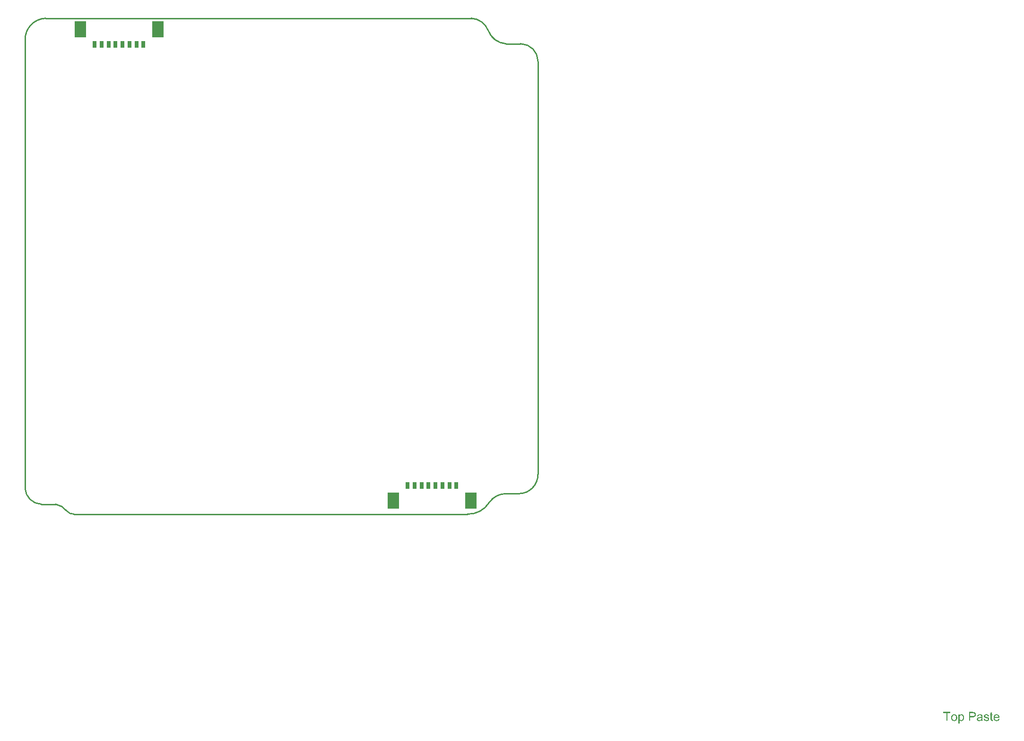
<source format=gtp>
G04*
G04 #@! TF.GenerationSoftware,Altium Limited,Altium Designer,18.1.7 (191)*
G04*
G04 Layer_Color=8421504*
%FSLAX25Y25*%
%MOIN*%
G70*
G01*
G75*
%ADD12C,0.01000*%
%ADD17R,0.03150X0.05118*%
%ADD18R,0.08268X0.11811*%
G36*
X661256Y-140876D02*
X661320Y-140885D01*
X661457Y-140903D01*
X661621Y-140939D01*
X661794Y-140994D01*
X661967Y-141076D01*
X662140Y-141176D01*
X662149D01*
X662158Y-141194D01*
X662213Y-141231D01*
X662295Y-141304D01*
X662395Y-141395D01*
X662504Y-141513D01*
X662614Y-141659D01*
X662723Y-141832D01*
X662814Y-142024D01*
Y-142033D01*
X662823Y-142051D01*
X662832Y-142078D01*
X662850Y-142115D01*
X662869Y-142169D01*
X662887Y-142233D01*
X662932Y-142379D01*
X662978Y-142561D01*
X663014Y-142761D01*
X663042Y-142989D01*
X663051Y-143226D01*
Y-143235D01*
Y-143253D01*
Y-143290D01*
Y-143344D01*
X663042Y-143408D01*
Y-143481D01*
X663024Y-143645D01*
X662987Y-143845D01*
X662942Y-144055D01*
X662878Y-144274D01*
X662796Y-144492D01*
Y-144501D01*
X662787Y-144520D01*
X662768Y-144547D01*
X662750Y-144583D01*
X662686Y-144684D01*
X662604Y-144811D01*
X662504Y-144948D01*
X662377Y-145084D01*
X662231Y-145221D01*
X662058Y-145349D01*
X662049D01*
X662040Y-145358D01*
X662012Y-145376D01*
X661976Y-145394D01*
X661885Y-145440D01*
X661757Y-145494D01*
X661602Y-145549D01*
X661438Y-145595D01*
X661247Y-145631D01*
X661056Y-145640D01*
X660992D01*
X660919Y-145631D01*
X660828Y-145622D01*
X660719Y-145604D01*
X660600Y-145576D01*
X660482Y-145540D01*
X660363Y-145485D01*
X660354Y-145476D01*
X660309Y-145458D01*
X660254Y-145422D01*
X660181Y-145367D01*
X660108Y-145312D01*
X660017Y-145239D01*
X659935Y-145157D01*
X659862Y-145066D01*
Y-147289D01*
X659088D01*
Y-140967D01*
X659790D01*
Y-141568D01*
X659799Y-141550D01*
X659835Y-141513D01*
X659881Y-141449D01*
X659953Y-141377D01*
X660035Y-141286D01*
X660126Y-141204D01*
X660236Y-141122D01*
X660345Y-141049D01*
X660363Y-141040D01*
X660400Y-141021D01*
X660473Y-140994D01*
X660564Y-140958D01*
X660673Y-140921D01*
X660801Y-140894D01*
X660946Y-140876D01*
X661110Y-140866D01*
X661211D01*
X661256Y-140876D01*
D02*
G37*
G36*
X678902D02*
X679039Y-140885D01*
X679185Y-140903D01*
X679340Y-140939D01*
X679503Y-140976D01*
X679658Y-141031D01*
X679668D01*
X679677Y-141040D01*
X679722Y-141058D01*
X679795Y-141094D01*
X679886Y-141140D01*
X679986Y-141204D01*
X680087Y-141276D01*
X680178Y-141358D01*
X680260Y-141449D01*
X680269Y-141459D01*
X680287Y-141495D01*
X680323Y-141559D01*
X680369Y-141632D01*
X680414Y-141741D01*
X680460Y-141859D01*
X680497Y-141996D01*
X680533Y-142151D01*
X679777Y-142251D01*
Y-142233D01*
X679768Y-142197D01*
X679749Y-142133D01*
X679722Y-142051D01*
X679677Y-141969D01*
X679622Y-141878D01*
X679558Y-141787D01*
X679467Y-141705D01*
X679458Y-141695D01*
X679422Y-141677D01*
X679367Y-141641D01*
X679285Y-141604D01*
X679194Y-141568D01*
X679075Y-141532D01*
X678930Y-141513D01*
X678775Y-141504D01*
X678684D01*
X678592Y-141513D01*
X678474Y-141522D01*
X678356Y-141550D01*
X678228Y-141577D01*
X678110Y-141623D01*
X678010Y-141686D01*
X678000Y-141695D01*
X677973Y-141714D01*
X677937Y-141750D01*
X677900Y-141805D01*
X677855Y-141859D01*
X677818Y-141932D01*
X677791Y-142014D01*
X677782Y-142096D01*
Y-142105D01*
Y-142124D01*
X677791Y-142151D01*
Y-142187D01*
X677818Y-142279D01*
X677873Y-142370D01*
X677882Y-142379D01*
X677891Y-142388D01*
X677909Y-142415D01*
X677946Y-142443D01*
X677982Y-142470D01*
X678037Y-142506D01*
X678101Y-142534D01*
X678173Y-142570D01*
X678183D01*
X678201Y-142579D01*
X678237Y-142588D01*
X678301Y-142616D01*
X678392Y-142643D01*
X678511Y-142670D01*
X678583Y-142698D01*
X678665Y-142716D01*
X678757Y-142743D01*
X678857Y-142771D01*
X678866D01*
X678893Y-142780D01*
X678939Y-142789D01*
X678993Y-142807D01*
X679057Y-142825D01*
X679139Y-142843D01*
X679312Y-142898D01*
X679503Y-142953D01*
X679695Y-143017D01*
X679868Y-143080D01*
X679941Y-143107D01*
X680005Y-143135D01*
X680023Y-143144D01*
X680059Y-143162D01*
X680114Y-143190D01*
X680196Y-143235D01*
X680278Y-143290D01*
X680360Y-143363D01*
X680442Y-143445D01*
X680515Y-143536D01*
X680524Y-143545D01*
X680542Y-143581D01*
X680579Y-143636D01*
X680615Y-143718D01*
X680642Y-143818D01*
X680679Y-143927D01*
X680697Y-144055D01*
X680706Y-144201D01*
Y-144219D01*
Y-144264D01*
X680697Y-144337D01*
X680679Y-144438D01*
X680651Y-144547D01*
X680606Y-144665D01*
X680551Y-144802D01*
X680478Y-144930D01*
X680469Y-144948D01*
X680433Y-144984D01*
X680387Y-145048D01*
X680314Y-145121D01*
X680214Y-145203D01*
X680105Y-145294D01*
X679977Y-145376D01*
X679822Y-145458D01*
X679813D01*
X679804Y-145467D01*
X679749Y-145485D01*
X679658Y-145513D01*
X679540Y-145549D01*
X679394Y-145586D01*
X679230Y-145613D01*
X679057Y-145631D01*
X678857Y-145640D01*
X678775D01*
X678711Y-145631D01*
X678638D01*
X678547Y-145622D01*
X678456Y-145613D01*
X678356Y-145595D01*
X678137Y-145549D01*
X677909Y-145485D01*
X677691Y-145394D01*
X677590Y-145340D01*
X677499Y-145276D01*
X677490Y-145267D01*
X677481Y-145257D01*
X677426Y-145203D01*
X677344Y-145121D01*
X677253Y-144993D01*
X677153Y-144838D01*
X677053Y-144656D01*
X676971Y-144429D01*
X676907Y-144173D01*
X677672Y-144055D01*
Y-144064D01*
Y-144073D01*
X677691Y-144128D01*
X677709Y-144219D01*
X677745Y-144319D01*
X677791Y-144429D01*
X677845Y-144547D01*
X677927Y-144665D01*
X678028Y-144766D01*
X678046Y-144775D01*
X678082Y-144802D01*
X678155Y-144838D01*
X678246Y-144884D01*
X678365Y-144930D01*
X678501Y-144966D01*
X678665Y-144993D01*
X678857Y-145002D01*
X678948D01*
X679039Y-144993D01*
X679157Y-144975D01*
X679285Y-144948D01*
X679422Y-144911D01*
X679540Y-144866D01*
X679649Y-144793D01*
X679658Y-144784D01*
X679695Y-144756D01*
X679731Y-144711D01*
X679786Y-144647D01*
X679832Y-144574D01*
X679877Y-144483D01*
X679904Y-144392D01*
X679913Y-144283D01*
Y-144274D01*
Y-144237D01*
X679904Y-144192D01*
X679886Y-144128D01*
X679859Y-144064D01*
X679813Y-144000D01*
X679759Y-143927D01*
X679677Y-143873D01*
X679668Y-143864D01*
X679640Y-143855D01*
X679595Y-143827D01*
X679522Y-143800D01*
X679412Y-143763D01*
X679349Y-143736D01*
X679276Y-143718D01*
X679194Y-143691D01*
X679103Y-143663D01*
X679002Y-143636D01*
X678884Y-143609D01*
X678875D01*
X678848Y-143599D01*
X678802Y-143590D01*
X678747Y-143572D01*
X678675Y-143554D01*
X678592Y-143527D01*
X678419Y-143481D01*
X678219Y-143417D01*
X678028Y-143363D01*
X677845Y-143299D01*
X677764Y-143262D01*
X677700Y-143235D01*
X677681Y-143226D01*
X677645Y-143208D01*
X677590Y-143171D01*
X677518Y-143126D01*
X677435Y-143062D01*
X677353Y-142989D01*
X677272Y-142907D01*
X677199Y-142807D01*
X677189Y-142798D01*
X677171Y-142761D01*
X677144Y-142698D01*
X677117Y-142625D01*
X677089Y-142534D01*
X677062Y-142424D01*
X677044Y-142315D01*
X677035Y-142187D01*
Y-142169D01*
Y-142133D01*
X677044Y-142078D01*
X677053Y-141996D01*
X677071Y-141914D01*
X677089Y-141814D01*
X677126Y-141723D01*
X677171Y-141623D01*
X677180Y-141613D01*
X677199Y-141577D01*
X677226Y-141532D01*
X677272Y-141468D01*
X677326Y-141404D01*
X677390Y-141322D01*
X677463Y-141249D01*
X677554Y-141185D01*
X677563Y-141176D01*
X677590Y-141167D01*
X677627Y-141140D01*
X677681Y-141112D01*
X677754Y-141076D01*
X677836Y-141040D01*
X677937Y-141003D01*
X678046Y-140967D01*
X678064Y-140958D01*
X678101Y-140948D01*
X678164Y-140930D01*
X678246Y-140912D01*
X678346Y-140894D01*
X678456Y-140885D01*
X678583Y-140866D01*
X678802D01*
X678902Y-140876D01*
D02*
G37*
G36*
X674447D02*
X674584Y-140885D01*
X674739Y-140903D01*
X674894Y-140930D01*
X675049Y-140967D01*
X675195Y-141012D01*
X675213Y-141021D01*
X675258Y-141040D01*
X675322Y-141067D01*
X675404Y-141103D01*
X675495Y-141158D01*
X675586Y-141213D01*
X675668Y-141286D01*
X675741Y-141358D01*
X675750Y-141367D01*
X675768Y-141395D01*
X675796Y-141440D01*
X675832Y-141495D01*
X675878Y-141577D01*
X675914Y-141659D01*
X675951Y-141759D01*
X675978Y-141878D01*
Y-141887D01*
X675987Y-141914D01*
X675996Y-141969D01*
X676005Y-142042D01*
Y-142142D01*
X676014Y-142260D01*
X676023Y-142415D01*
Y-142588D01*
Y-143627D01*
Y-143636D01*
Y-143672D01*
Y-143727D01*
Y-143800D01*
Y-143882D01*
Y-143982D01*
X676033Y-144201D01*
Y-144429D01*
X676042Y-144656D01*
X676051Y-144756D01*
Y-144848D01*
X676060Y-144930D01*
X676069Y-144993D01*
Y-145002D01*
X676078Y-145039D01*
X676087Y-145094D01*
X676115Y-145166D01*
X676133Y-145248D01*
X676169Y-145340D01*
X676215Y-145440D01*
X676260Y-145540D01*
X675450D01*
X675440Y-145531D01*
X675431Y-145494D01*
X675413Y-145449D01*
X675386Y-145376D01*
X675358Y-145294D01*
X675340Y-145194D01*
X675322Y-145084D01*
X675304Y-144966D01*
X675295D01*
X675286Y-144984D01*
X675231Y-145030D01*
X675149Y-145094D01*
X675040Y-145176D01*
X674903Y-145257D01*
X674766Y-145349D01*
X674620Y-145431D01*
X674466Y-145494D01*
X674447Y-145503D01*
X674393Y-145513D01*
X674311Y-145540D01*
X674211Y-145567D01*
X674083Y-145595D01*
X673937Y-145613D01*
X673773Y-145631D01*
X673609Y-145640D01*
X673536D01*
X673482Y-145631D01*
X673418D01*
X673345Y-145622D01*
X673181Y-145595D01*
X672999Y-145549D01*
X672798Y-145485D01*
X672616Y-145394D01*
X672452Y-145276D01*
X672434Y-145257D01*
X672389Y-145212D01*
X672325Y-145130D01*
X672252Y-145021D01*
X672179Y-144884D01*
X672115Y-144729D01*
X672070Y-144538D01*
X672061Y-144447D01*
X672051Y-144337D01*
Y-144319D01*
Y-144283D01*
X672061Y-144219D01*
X672070Y-144137D01*
X672088Y-144037D01*
X672115Y-143937D01*
X672152Y-143827D01*
X672197Y-143727D01*
X672206Y-143718D01*
X672225Y-143682D01*
X672261Y-143627D01*
X672307Y-143563D01*
X672361Y-143490D01*
X672434Y-143417D01*
X672507Y-143344D01*
X672598Y-143281D01*
X672607Y-143272D01*
X672644Y-143253D01*
X672689Y-143217D01*
X672762Y-143180D01*
X672844Y-143144D01*
X672944Y-143098D01*
X673044Y-143062D01*
X673163Y-143026D01*
X673172D01*
X673209Y-143017D01*
X673263Y-142998D01*
X673336Y-142989D01*
X673427Y-142971D01*
X673546Y-142953D01*
X673682Y-142925D01*
X673846Y-142907D01*
X673855D01*
X673892Y-142898D01*
X673937D01*
X674001Y-142889D01*
X674074Y-142880D01*
X674165Y-142862D01*
X674265Y-142852D01*
X674375Y-142834D01*
X674593Y-142789D01*
X674830Y-142743D01*
X675040Y-142689D01*
X675140Y-142661D01*
X675231Y-142634D01*
Y-142625D01*
Y-142606D01*
X675240Y-142552D01*
Y-142488D01*
Y-142452D01*
Y-142433D01*
Y-142424D01*
Y-142415D01*
Y-142360D01*
X675231Y-142269D01*
X675213Y-142169D01*
X675185Y-142060D01*
X675140Y-141951D01*
X675085Y-141850D01*
X675012Y-141768D01*
X675003Y-141759D01*
X674958Y-141723D01*
X674885Y-141686D01*
X674794Y-141632D01*
X674666Y-141586D01*
X674520Y-141541D01*
X674338Y-141513D01*
X674129Y-141504D01*
X674038D01*
X673946Y-141513D01*
X673819Y-141532D01*
X673691Y-141550D01*
X673555Y-141586D01*
X673427Y-141632D01*
X673318Y-141695D01*
X673309Y-141705D01*
X673272Y-141732D01*
X673227Y-141778D01*
X673172Y-141850D01*
X673117Y-141941D01*
X673054Y-142060D01*
X672999Y-142206D01*
X672944Y-142370D01*
X672188Y-142269D01*
Y-142260D01*
X672197Y-142251D01*
Y-142224D01*
X672206Y-142187D01*
X672234Y-142105D01*
X672270Y-141987D01*
X672316Y-141869D01*
X672370Y-141741D01*
X672443Y-141613D01*
X672525Y-141495D01*
X672534Y-141486D01*
X672571Y-141449D01*
X672625Y-141395D01*
X672698Y-141322D01*
X672798Y-141249D01*
X672917Y-141176D01*
X673054Y-141094D01*
X673209Y-141031D01*
X673218D01*
X673227Y-141021D01*
X673254Y-141012D01*
X673290Y-141003D01*
X673382Y-140976D01*
X673509Y-140948D01*
X673655Y-140921D01*
X673837Y-140894D01*
X674028Y-140876D01*
X674247Y-140866D01*
X674347D01*
X674447Y-140876D01*
D02*
G37*
G36*
X669264Y-139245D02*
X669419Y-139254D01*
X669583Y-139263D01*
X669738Y-139281D01*
X669874Y-139300D01*
X669892D01*
X669956Y-139318D01*
X670038Y-139336D01*
X670148Y-139363D01*
X670266Y-139409D01*
X670394Y-139464D01*
X670530Y-139527D01*
X670649Y-139600D01*
X670667Y-139609D01*
X670703Y-139637D01*
X670758Y-139691D01*
X670831Y-139755D01*
X670913Y-139837D01*
X670995Y-139946D01*
X671086Y-140065D01*
X671159Y-140201D01*
X671168Y-140220D01*
X671186Y-140265D01*
X671222Y-140347D01*
X671259Y-140456D01*
X671286Y-140584D01*
X671323Y-140730D01*
X671341Y-140894D01*
X671350Y-141067D01*
Y-141076D01*
Y-141103D01*
Y-141140D01*
X671341Y-141204D01*
X671332Y-141267D01*
X671323Y-141349D01*
X671305Y-141440D01*
X671286Y-141541D01*
X671222Y-141750D01*
X671186Y-141859D01*
X671131Y-141978D01*
X671068Y-142096D01*
X671004Y-142206D01*
X670922Y-142315D01*
X670831Y-142424D01*
X670822Y-142433D01*
X670803Y-142452D01*
X670776Y-142479D01*
X670731Y-142506D01*
X670676Y-142552D01*
X670603Y-142597D01*
X670512Y-142652D01*
X670412Y-142698D01*
X670293Y-142752D01*
X670157Y-142807D01*
X670011Y-142852D01*
X669838Y-142889D01*
X669656Y-142925D01*
X669455Y-142953D01*
X669227Y-142971D01*
X668991Y-142980D01*
X667378D01*
Y-145540D01*
X666540D01*
Y-139236D01*
X669127D01*
X669264Y-139245D01*
D02*
G37*
G36*
X653422Y-139983D02*
X651344D01*
Y-145540D01*
X650506D01*
Y-139983D01*
X648429D01*
Y-139236D01*
X653422D01*
Y-139983D01*
D02*
G37*
G36*
X682528Y-140967D02*
X683312D01*
Y-141568D01*
X682528D01*
Y-144255D01*
Y-144274D01*
Y-144310D01*
Y-144365D01*
X682537Y-144429D01*
X682546Y-144574D01*
X682555Y-144638D01*
X682564Y-144684D01*
X682574Y-144702D01*
X682601Y-144738D01*
X682637Y-144784D01*
X682701Y-144829D01*
X682719Y-144838D01*
X682765Y-144857D01*
X682847Y-144875D01*
X682965Y-144884D01*
X683056D01*
X683102Y-144875D01*
X683166D01*
X683239Y-144866D01*
X683312Y-144857D01*
X683412Y-145540D01*
X683393D01*
X683357Y-145549D01*
X683293Y-145558D01*
X683211Y-145567D01*
X683120Y-145586D01*
X683020Y-145595D01*
X682820Y-145604D01*
X682747D01*
X682674Y-145595D01*
X682583Y-145586D01*
X682473Y-145576D01*
X682364Y-145549D01*
X682264Y-145522D01*
X682164Y-145476D01*
X682155Y-145467D01*
X682127Y-145449D01*
X682091Y-145422D01*
X682036Y-145376D01*
X681990Y-145330D01*
X681936Y-145267D01*
X681881Y-145203D01*
X681845Y-145121D01*
Y-145112D01*
X681826Y-145075D01*
X681817Y-145011D01*
X681799Y-144920D01*
X681781Y-144802D01*
X681772Y-144729D01*
Y-144647D01*
X681763Y-144547D01*
X681754Y-144447D01*
Y-144337D01*
Y-144210D01*
Y-141568D01*
X681180D01*
Y-140967D01*
X681754D01*
Y-139837D01*
X682528Y-139373D01*
Y-140967D01*
D02*
G37*
G36*
X686099Y-140876D02*
X686172Y-140885D01*
X686263Y-140903D01*
X686363Y-140921D01*
X686482Y-140948D01*
X686591Y-140976D01*
X686719Y-141021D01*
X686837Y-141067D01*
X686965Y-141131D01*
X687092Y-141204D01*
X687220Y-141286D01*
X687338Y-141386D01*
X687447Y-141495D01*
X687457Y-141504D01*
X687475Y-141522D01*
X687502Y-141559D01*
X687538Y-141613D01*
X687584Y-141677D01*
X687630Y-141750D01*
X687684Y-141841D01*
X687739Y-141951D01*
X687794Y-142069D01*
X687848Y-142197D01*
X687894Y-142342D01*
X687939Y-142497D01*
X687976Y-142670D01*
X688003Y-142852D01*
X688021Y-143044D01*
X688030Y-143253D01*
Y-143262D01*
Y-143299D01*
Y-143363D01*
X688021Y-143454D01*
X684605D01*
Y-143463D01*
Y-143490D01*
X684614Y-143527D01*
Y-143581D01*
X684623Y-143645D01*
X684642Y-143718D01*
X684669Y-143882D01*
X684724Y-144064D01*
X684796Y-144264D01*
X684897Y-144447D01*
X685024Y-144611D01*
X685033D01*
X685042Y-144629D01*
X685097Y-144675D01*
X685179Y-144738D01*
X685288Y-144802D01*
X685434Y-144875D01*
X685598Y-144939D01*
X685780Y-144984D01*
X685881Y-144993D01*
X685990Y-145002D01*
X686063D01*
X686145Y-144993D01*
X686245Y-144975D01*
X686354Y-144948D01*
X686482Y-144911D01*
X686600Y-144857D01*
X686719Y-144784D01*
X686728Y-144775D01*
X686773Y-144738D01*
X686828Y-144684D01*
X686892Y-144611D01*
X686965Y-144510D01*
X687047Y-144383D01*
X687129Y-144237D01*
X687201Y-144064D01*
X688003Y-144164D01*
Y-144173D01*
X687994Y-144192D01*
X687985Y-144228D01*
X687967Y-144283D01*
X687939Y-144337D01*
X687912Y-144410D01*
X687839Y-144565D01*
X687748Y-144738D01*
X687620Y-144920D01*
X687475Y-145094D01*
X687292Y-145257D01*
X687283D01*
X687265Y-145276D01*
X687238Y-145294D01*
X687201Y-145321D01*
X687147Y-145349D01*
X687092Y-145376D01*
X687019Y-145412D01*
X686937Y-145449D01*
X686846Y-145485D01*
X686755Y-145522D01*
X686527Y-145576D01*
X686272Y-145622D01*
X685990Y-145640D01*
X685890D01*
X685826Y-145631D01*
X685744Y-145622D01*
X685644Y-145604D01*
X685534Y-145586D01*
X685416Y-145567D01*
X685161Y-145494D01*
X685024Y-145440D01*
X684897Y-145385D01*
X684760Y-145312D01*
X684632Y-145230D01*
X684514Y-145139D01*
X684396Y-145030D01*
X684386Y-145021D01*
X684368Y-145002D01*
X684341Y-144966D01*
X684305Y-144911D01*
X684259Y-144848D01*
X684213Y-144775D01*
X684159Y-144684D01*
X684104Y-144583D01*
X684049Y-144465D01*
X683995Y-144337D01*
X683949Y-144192D01*
X683904Y-144037D01*
X683867Y-143873D01*
X683840Y-143691D01*
X683822Y-143499D01*
X683813Y-143299D01*
Y-143290D01*
Y-143244D01*
Y-143190D01*
X683822Y-143107D01*
X683831Y-143007D01*
X683840Y-142898D01*
X683858Y-142771D01*
X683885Y-142643D01*
X683958Y-142351D01*
X684004Y-142206D01*
X684059Y-142051D01*
X684131Y-141905D01*
X684213Y-141768D01*
X684305Y-141632D01*
X684405Y-141504D01*
X684414Y-141495D01*
X684432Y-141477D01*
X684468Y-141449D01*
X684514Y-141404D01*
X684569Y-141358D01*
X684642Y-141304D01*
X684724Y-141240D01*
X684824Y-141185D01*
X684924Y-141122D01*
X685042Y-141067D01*
X685170Y-141012D01*
X685307Y-140967D01*
X685452Y-140921D01*
X685607Y-140894D01*
X685771Y-140876D01*
X685944Y-140866D01*
X686035D01*
X686099Y-140876D01*
D02*
G37*
G36*
X656191D02*
X656273Y-140885D01*
X656364Y-140903D01*
X656464Y-140921D01*
X656583Y-140939D01*
X656829Y-141021D01*
X656956Y-141067D01*
X657084Y-141131D01*
X657211Y-141194D01*
X657339Y-141286D01*
X657457Y-141377D01*
X657576Y-141486D01*
X657585Y-141495D01*
X657603Y-141513D01*
X657630Y-141550D01*
X657667Y-141595D01*
X657712Y-141659D01*
X657767Y-141741D01*
X657822Y-141832D01*
X657876Y-141932D01*
X657931Y-142042D01*
X657986Y-142178D01*
X658040Y-142315D01*
X658086Y-142470D01*
X658122Y-142634D01*
X658150Y-142807D01*
X658168Y-142989D01*
X658177Y-143190D01*
Y-143199D01*
Y-143226D01*
Y-143272D01*
Y-143335D01*
X658168Y-143408D01*
X658159Y-143499D01*
Y-143590D01*
X658141Y-143691D01*
X658113Y-143918D01*
X658059Y-144146D01*
X657995Y-144374D01*
X657904Y-144583D01*
Y-144592D01*
X657895Y-144602D01*
X657876Y-144629D01*
X657858Y-144665D01*
X657794Y-144756D01*
X657712Y-144866D01*
X657603Y-144993D01*
X657466Y-145121D01*
X657311Y-145248D01*
X657129Y-145367D01*
X657120D01*
X657111Y-145376D01*
X657084Y-145394D01*
X657038Y-145412D01*
X656993Y-145431D01*
X656938Y-145449D01*
X656801Y-145503D01*
X656646Y-145549D01*
X656455Y-145595D01*
X656255Y-145631D01*
X656036Y-145640D01*
X655945D01*
X655872Y-145631D01*
X655790Y-145622D01*
X655699Y-145604D01*
X655590Y-145586D01*
X655480Y-145567D01*
X655234Y-145494D01*
X655098Y-145440D01*
X654970Y-145385D01*
X654843Y-145312D01*
X654715Y-145230D01*
X654597Y-145139D01*
X654478Y-145030D01*
X654469Y-145021D01*
X654451Y-145002D01*
X654424Y-144966D01*
X654387Y-144911D01*
X654342Y-144848D01*
X654296Y-144775D01*
X654242Y-144684D01*
X654187Y-144574D01*
X654132Y-144456D01*
X654077Y-144319D01*
X654032Y-144173D01*
X653986Y-144019D01*
X653950Y-143845D01*
X653923Y-143663D01*
X653904Y-143463D01*
X653895Y-143253D01*
Y-143235D01*
Y-143199D01*
X653904Y-143135D01*
Y-143044D01*
X653913Y-142944D01*
X653932Y-142816D01*
X653950Y-142689D01*
X653986Y-142543D01*
X654023Y-142397D01*
X654068Y-142242D01*
X654123Y-142078D01*
X654196Y-141923D01*
X654269Y-141778D01*
X654369Y-141632D01*
X654469Y-141495D01*
X654597Y-141377D01*
X654606Y-141367D01*
X654624Y-141358D01*
X654661Y-141331D01*
X654706Y-141295D01*
X654761Y-141258D01*
X654834Y-141213D01*
X654907Y-141167D01*
X654998Y-141122D01*
X655098Y-141076D01*
X655207Y-141031D01*
X655453Y-140948D01*
X655735Y-140885D01*
X655881Y-140876D01*
X656036Y-140866D01*
X656127D01*
X656191Y-140876D01*
D02*
G37*
%LPC*%
G36*
X661037Y-141477D02*
X660992D01*
X660955Y-141486D01*
X660864Y-141504D01*
X660746Y-141532D01*
X660609Y-141586D01*
X660464Y-141668D01*
X660382Y-141723D01*
X660309Y-141787D01*
X660236Y-141859D01*
X660163Y-141941D01*
Y-141951D01*
X660145Y-141960D01*
X660126Y-141987D01*
X660108Y-142024D01*
X660081Y-142078D01*
X660044Y-142133D01*
X660008Y-142206D01*
X659981Y-142279D01*
X659944Y-142370D01*
X659908Y-142470D01*
X659881Y-142579D01*
X659844Y-142698D01*
X659826Y-142834D01*
X659808Y-142971D01*
X659790Y-143117D01*
Y-143281D01*
Y-143290D01*
Y-143317D01*
Y-143363D01*
X659799Y-143426D01*
Y-143499D01*
X659808Y-143581D01*
X659835Y-143773D01*
X659881Y-143991D01*
X659935Y-144201D01*
X660026Y-144410D01*
X660081Y-144501D01*
X660145Y-144583D01*
X660163Y-144602D01*
X660209Y-144647D01*
X660281Y-144720D01*
X660382Y-144793D01*
X660509Y-144866D01*
X660655Y-144939D01*
X660819Y-144984D01*
X660910Y-144993D01*
X661001Y-145002D01*
X661056D01*
X661092Y-144993D01*
X661183Y-144975D01*
X661311Y-144948D01*
X661447Y-144893D01*
X661593Y-144820D01*
X661739Y-144711D01*
X661812Y-144647D01*
X661885Y-144574D01*
Y-144565D01*
X661903Y-144556D01*
X661921Y-144529D01*
X661939Y-144492D01*
X661976Y-144447D01*
X662003Y-144383D01*
X662040Y-144319D01*
X662076Y-144237D01*
X662103Y-144155D01*
X662140Y-144046D01*
X662176Y-143937D01*
X662204Y-143818D01*
X662222Y-143682D01*
X662240Y-143536D01*
X662258Y-143381D01*
Y-143217D01*
Y-143208D01*
Y-143180D01*
Y-143135D01*
X662249Y-143071D01*
Y-142998D01*
X662240Y-142916D01*
X662213Y-142725D01*
X662167Y-142515D01*
X662103Y-142306D01*
X662012Y-142096D01*
X661958Y-141996D01*
X661894Y-141914D01*
Y-141905D01*
X661876Y-141896D01*
X661830Y-141841D01*
X661757Y-141778D01*
X661657Y-141695D01*
X661529Y-141613D01*
X661384Y-141541D01*
X661220Y-141495D01*
X661129Y-141486D01*
X661037Y-141477D01*
D02*
G37*
G36*
X675240Y-143244D02*
X675231D01*
X675222Y-143253D01*
X675195Y-143262D01*
X675158Y-143272D01*
X675112Y-143290D01*
X675058Y-143308D01*
X674994Y-143326D01*
X674921Y-143344D01*
X674839Y-143372D01*
X674739Y-143390D01*
X674639Y-143417D01*
X674520Y-143445D01*
X674393Y-143472D01*
X674265Y-143499D01*
X674120Y-143517D01*
X673965Y-143545D01*
X673946D01*
X673892Y-143554D01*
X673801Y-143572D01*
X673700Y-143590D01*
X673591Y-143609D01*
X673482Y-143636D01*
X673382Y-143663D01*
X673290Y-143700D01*
X673281D01*
X673254Y-143718D01*
X673218Y-143736D01*
X673181Y-143763D01*
X673072Y-143836D01*
X672981Y-143946D01*
Y-143955D01*
X672963Y-143973D01*
X672953Y-144009D01*
X672935Y-144055D01*
X672917Y-144110D01*
X672899Y-144164D01*
X672890Y-144237D01*
X672881Y-144310D01*
Y-144319D01*
Y-144365D01*
X672890Y-144419D01*
X672908Y-144492D01*
X672935Y-144574D01*
X672981Y-144656D01*
X673035Y-144747D01*
X673108Y-144829D01*
X673117Y-144838D01*
X673154Y-144857D01*
X673209Y-144893D01*
X673281Y-144930D01*
X673382Y-144966D01*
X673500Y-145002D01*
X673637Y-145021D01*
X673801Y-145030D01*
X673874D01*
X673965Y-145021D01*
X674065Y-145002D01*
X674192Y-144984D01*
X674320Y-144948D01*
X674457Y-144902D01*
X674593Y-144838D01*
X674611Y-144829D01*
X674648Y-144802D01*
X674712Y-144756D01*
X674785Y-144693D01*
X674866Y-144620D01*
X674958Y-144529D01*
X675031Y-144419D01*
X675103Y-144301D01*
X675112Y-144292D01*
X675122Y-144255D01*
X675140Y-144192D01*
X675167Y-144110D01*
X675195Y-144000D01*
X675213Y-143873D01*
X675222Y-143718D01*
X675231Y-143536D01*
X675240Y-143244D01*
D02*
G37*
G36*
X669182Y-139983D02*
X667378D01*
Y-142233D01*
X669072D01*
X669136Y-142224D01*
X669200D01*
X669273Y-142215D01*
X669446Y-142197D01*
X669637Y-142160D01*
X669829Y-142105D01*
X670002Y-142033D01*
X670084Y-141987D01*
X670148Y-141932D01*
X670166Y-141914D01*
X670202Y-141878D01*
X670257Y-141805D01*
X670321Y-141714D01*
X670384Y-141595D01*
X670439Y-141449D01*
X670475Y-141286D01*
X670494Y-141094D01*
Y-141085D01*
Y-141076D01*
Y-141031D01*
X670485Y-140948D01*
X670466Y-140857D01*
X670448Y-140757D01*
X670412Y-140639D01*
X670357Y-140529D01*
X670293Y-140420D01*
X670284Y-140411D01*
X670257Y-140375D01*
X670211Y-140329D01*
X670157Y-140265D01*
X670075Y-140201D01*
X669983Y-140147D01*
X669883Y-140092D01*
X669765Y-140047D01*
X669756D01*
X669719Y-140038D01*
X669665Y-140028D01*
X669592Y-140010D01*
X669483Y-140001D01*
X669346Y-139992D01*
X669182Y-139983D01*
D02*
G37*
G36*
X685953Y-141504D02*
X685899D01*
X685862Y-141513D01*
X685762Y-141522D01*
X685644Y-141550D01*
X685498Y-141595D01*
X685343Y-141659D01*
X685197Y-141750D01*
X685051Y-141869D01*
X685033Y-141887D01*
X684997Y-141932D01*
X684933Y-142014D01*
X684869Y-142124D01*
X684796Y-142251D01*
X684733Y-142415D01*
X684678Y-142606D01*
X684651Y-142816D01*
X687211D01*
Y-142807D01*
Y-142789D01*
X687201Y-142761D01*
Y-142725D01*
X687183Y-142616D01*
X687156Y-142497D01*
X687110Y-142351D01*
X687065Y-142215D01*
X686992Y-142078D01*
X686910Y-141960D01*
Y-141951D01*
X686892Y-141941D01*
X686846Y-141887D01*
X686764Y-141814D01*
X686655Y-141732D01*
X686518Y-141650D01*
X686354Y-141577D01*
X686163Y-141522D01*
X686063Y-141513D01*
X685953Y-141504D01*
D02*
G37*
G36*
X656036D02*
X655981D01*
X655936Y-141513D01*
X655836Y-141522D01*
X655699Y-141559D01*
X655544Y-141613D01*
X655380Y-141686D01*
X655225Y-141796D01*
X655143Y-141869D01*
X655070Y-141941D01*
Y-141951D01*
X655052Y-141960D01*
X655034Y-141987D01*
X655007Y-142024D01*
X654979Y-142069D01*
X654952Y-142124D01*
X654916Y-142197D01*
X654879Y-142269D01*
X654843Y-142360D01*
X654806Y-142452D01*
X654779Y-142561D01*
X654752Y-142679D01*
X654724Y-142807D01*
X654706Y-142944D01*
X654697Y-143098D01*
X654688Y-143253D01*
Y-143262D01*
Y-143290D01*
Y-143335D01*
X654697Y-143399D01*
Y-143472D01*
X654706Y-143554D01*
X654733Y-143745D01*
X654779Y-143964D01*
X654852Y-144183D01*
X654943Y-144392D01*
X655007Y-144483D01*
X655070Y-144574D01*
X655080D01*
X655089Y-144592D01*
X655143Y-144638D01*
X655225Y-144711D01*
X655335Y-144784D01*
X655471Y-144866D01*
X655635Y-144939D01*
X655827Y-144984D01*
X655927Y-144993D01*
X656036Y-145002D01*
X656091D01*
X656136Y-144993D01*
X656237Y-144975D01*
X656373Y-144948D01*
X656519Y-144893D01*
X656683Y-144820D01*
X656838Y-144711D01*
X656920Y-144638D01*
X656993Y-144565D01*
X657002Y-144556D01*
X657011Y-144547D01*
X657029Y-144520D01*
X657057Y-144483D01*
X657084Y-144438D01*
X657120Y-144383D01*
X657157Y-144310D01*
X657193Y-144237D01*
X657230Y-144146D01*
X657257Y-144046D01*
X657293Y-143937D01*
X657321Y-143818D01*
X657348Y-143682D01*
X657366Y-143545D01*
X657384Y-143390D01*
Y-143226D01*
Y-143217D01*
Y-143190D01*
Y-143144D01*
X657375Y-143089D01*
Y-143017D01*
X657366Y-142935D01*
X657339Y-142743D01*
X657293Y-142543D01*
X657220Y-142324D01*
X657120Y-142124D01*
X657066Y-142024D01*
X656993Y-141941D01*
Y-141932D01*
X656975Y-141923D01*
X656920Y-141869D01*
X656838Y-141805D01*
X656729Y-141723D01*
X656592Y-141641D01*
X656428Y-141568D01*
X656246Y-141522D01*
X656145Y-141513D01*
X656036Y-141504D01*
D02*
G37*
%LPD*%
D12*
X969Y18503D02*
G03*
X12247Y7419I11796J722D01*
G01*
X30208Y2724D02*
G03*
X22454Y7419I-10086J-7908D01*
G01*
X30208Y2724D02*
G03*
X35418Y400I4950J4095D01*
G01*
X312896Y400D02*
G03*
X328213Y8621I575J17307D01*
G01*
X349172Y14828D02*
G03*
X362560Y28425I-102J13490D01*
G01*
X340364Y14828D02*
G03*
X328213Y8621I-253J-14503D01*
G01*
X362560Y320083D02*
G03*
X350339Y332378I-12330J-35D01*
G01*
X327504Y341810D02*
G03*
X339828Y332400I13326J4677D01*
G01*
X327504Y341692D02*
G03*
X315654Y350354I-12571J-4763D01*
G01*
X15378D02*
G03*
X974Y335477I609J-15002D01*
G01*
X12247Y7419D02*
X22454D01*
X35418Y400D02*
X312896Y400D01*
X340111Y14828D02*
X349172D01*
X362560Y28425D02*
X362560Y320083D01*
X339828Y332400D02*
X350230D01*
X17504Y350354D02*
X315654D01*
X15378D02*
X17504D01*
X969Y18503D02*
Y335352D01*
D17*
X270650Y20591D02*
D03*
X275571D02*
D03*
X280492D02*
D03*
X285413D02*
D03*
X290335D02*
D03*
X295256D02*
D03*
X300177D02*
D03*
X305098D02*
D03*
X84429Y331894D02*
D03*
X79508D02*
D03*
X74587D02*
D03*
X69665D02*
D03*
X64744D02*
D03*
X59823D02*
D03*
X54901D02*
D03*
X49980D02*
D03*
D18*
X260610Y9764D02*
D03*
X315138D02*
D03*
X94468Y342721D02*
D03*
X39941D02*
D03*
M02*

</source>
